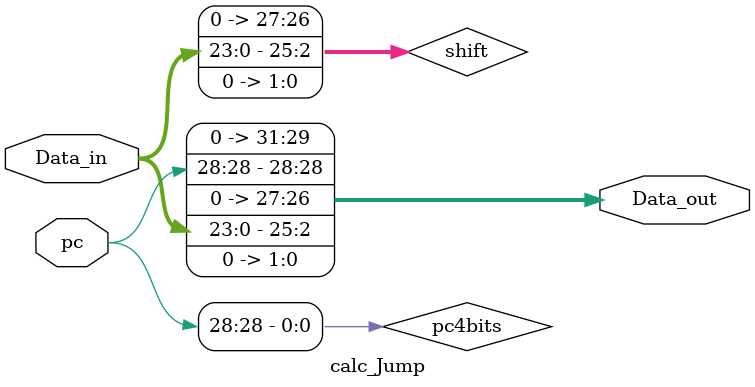
<source format=v>
module calc_Jump (
    input wire [31:0] pc,
    input wire [25:0] Data_in,
    output wire [31:0] Data_out
);

    wire [27:0] shift;

    assign pc4bits = pc[31:28];
    assign shift = {Data_in<<2};
    assign Data_out = {pc4bits,shift};

endmodule 
</source>
